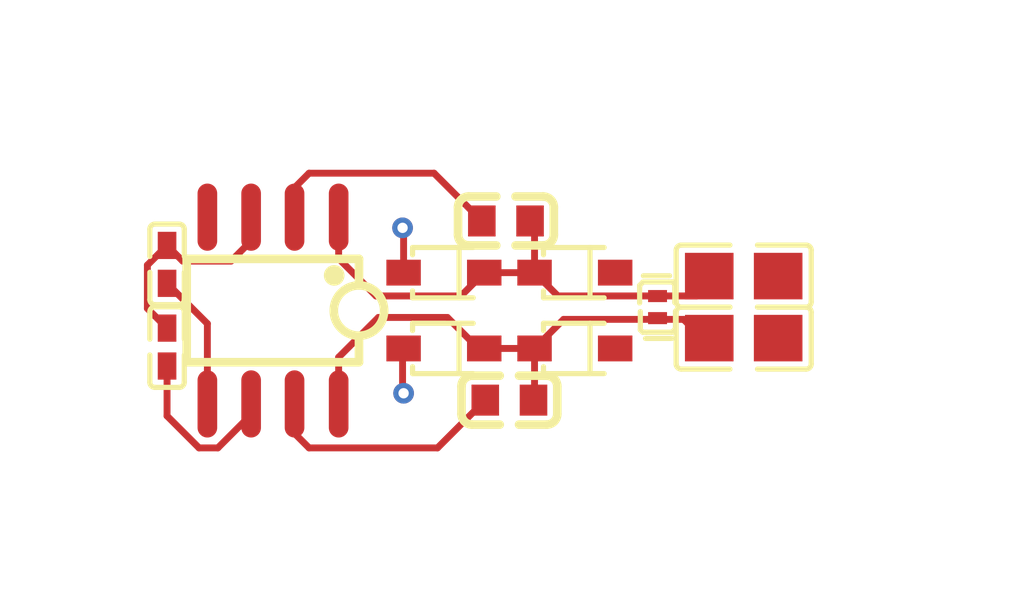
<source format=kicad_pcb>
(kicad_pcb (version 20241229) (generator "pcbnew") (generator_version "9.0")
  (layers (0 "F.Cu" signal) (2 "B.Cu" signal) (13 "F.Paste" user) (15 "B.Paste" user) (5 "F.SilkS" user "F.Silkscreen") (7 "B.SilkS" user "B.Silkscreen") (1 "F.Mask" user) (3 "B.Mask" user) (25 "Edge.Cuts" user))
  (net 0 "")
  (net 1 "VIN")
  (net 2 "audio_out_P")
  (net 3 "audio_out_N")
  (net 4 "SENSEpos_P")
  (net 5 "SENSEneg_N")
  (net 6 "anode_P")
  (net 7 "anode_N")
  (net 8 "positive_power-GND")
  (net 9 "VCC")
  (net 10 "negative_power-GND")
  (footprint "Samsung_Electro_Mechanics_CL10A106MA8NRNC:C0603" (layer "F.Cu") (at 151.2 118.4)
    (property "Reference" "C6" (hide yes))
    (property "Value" "10µF ±20% 25V X5R")
    (fp_line (start -1.39 0.4) (end -1.39 -0.4) (stroke (width 0.25)) (layer "F.SilkS") (layers "F.SilkS"))
    (fp_line (start -0.28 -0.71) (end -1.08 -0.71) (stroke (width 0.25)) (layer "F.SilkS") (layers "F.SilkS"))
    (fp_line (start -0.28 0.71) (end -1.08 0.71) (stroke (width 0.25)) (layer "F.SilkS") (layers "F.SilkS"))
    (fp_line (start 0.28 -0.71) (end 1.08 -0.71) (stroke (width 0.25)) (layer "F.SilkS") (layers "F.SilkS"))
    (fp_line (start 0.28 0.71) (end 1.08 0.71) (stroke (width 0.25)) (layer "F.SilkS") (layers "F.SilkS"))
    (fp_line (start 1.39 -0.4) (end 1.39 0.4) (stroke (width 0.25)) (layer "F.SilkS") (layers "F.SilkS"))
    (fp_arc (start 1.39 -0.4) (mid 1.2992031 -0.6192031) (end 1.08 -0.71) (stroke (width 0.25)) (layer "F.SilkS"))
    (fp_arc (start 1.08 0.71) (mid 1.2992031 0.6192031) (end 1.39 0.4) (stroke (width 0.25)) (layer "F.SilkS"))
    (fp_arc (start -1.39 0.4) (mid -1.2992031 0.6192031) (end -1.08 0.71) (stroke (width 0.25)) (layer "F.SilkS"))
    (fp_arc (start -1.08 -0.71) (mid -1.2992031 -0.6192031) (end -1.39 -0.4) (stroke (width 0.25)) (layer "F.SilkS"))
    (pad "1" smd rect (at -0.7 0 0) (size 0.8 0.9) (layers "F.Cu" "F.Paste" "F.Mask") (net 5 "SENSEneg_N"))
    (pad "2" smd rect (at 0.7 0 0) (size 0.8 0.9) (layers "F.Cu" "F.Paste" "F.Mask") (net 7 "anode_N"))
  )
  (footprint "Samsung_Electro_Mechanics_CL05A105KA5NQNC:C0402" (layer "F.Cu") (at 141.365005 122.06 90)
    (property "Reference" "C3" (hide yes))
    (property "Value" "1µF ±10% 25V X5R")
    (fp_line (start 1.02 -0.5) (end 0.23 -0.5) (stroke (width 0.15)) (layer "F.SilkS") (layers "F.SilkS"))
    (fp_line (start -1.02 -0.5) (end -0.23 -0.5) (stroke (width 0.15)) (layer "F.SilkS") (layers "F.SilkS"))
    (fp_line (start 1.17 0.35) (end 1.17 -0.35) (stroke (width 0.15)) (layer "F.SilkS") (layers "F.SilkS"))
    (fp_line (start -1.17 0.35) (end -1.17 -0.35) (stroke (width 0.15)) (layer "F.SilkS") (layers "F.SilkS"))
    (fp_line (start 0.23 0.5) (end 1.02 0.5) (stroke (width 0.15)) (layer "F.SilkS") (layers "F.SilkS"))
    (fp_line (start -0.23 0.5) (end -1.02 0.5) (stroke (width 0.15)) (layer "F.SilkS") (layers "F.SilkS"))
    (fp_arc (start 1.02 -0.5) (mid 1.126066 -0.456066) (end 1.17 -0.35) (stroke (width 0.15)) (layer "F.SilkS"))
    (fp_arc (start 1.17 0.35) (mid 1.126066 0.456066) (end 1.02 0.5) (stroke (width 0.15)) (layer "F.SilkS"))
    (fp_arc (start -1.17 0.35) (mid -1.126066 0.456066) (end -1.02 0.5) (stroke (width 0.15)) (layer "F.SilkS"))
    (fp_arc (start -1.02 -0.5) (mid -1.126066 -0.456066) (end -1.17 -0.35) (stroke (width 0.15)) (layer "F.SilkS"))
    (pad "1" smd rect (at -0.55 0 90) (size 0.79 0.54) (layers "F.Cu" "F.Paste" "F.Mask") (net 9 "VCC"))
    (pad "2" smd rect (at 0.55 0 90) (size 0.79 0.54) (layers "F.Cu" "F.Paste" "F.Mask") (net 8 "positive_power-GND"))
  )
  (footprint "LRC_LBAT54HT1G:SOD-323_L1.8-W1.3-LS2.5-RD" (layer "F.Cu") (at 149.4 122.1 180)
    (property "Reference" "D2" (hide yes))
    (property "Value" "")
    (fp_line (start 0.91 0.73) (end 0.91 0.52) (stroke (width 0.15)) (layer "F.SilkS") (layers "F.SilkS"))
    (fp_line (start 0.91 -0.73) (end 0.91 -0.53) (stroke (width 0.15)) (layer "F.SilkS") (layers "F.SilkS"))
    (fp_line (start -0.44 -0.73) (end -0.44 0.73) (stroke (width 0.15)) (layer "F.SilkS") (layers "F.SilkS"))
    (fp_line (start -0.85 0.73) (end 0.91 0.73) (stroke (width 0.15)) (layer "F.SilkS") (layers "F.SilkS"))
    (fp_line (start -0.85 -0.73) (end 0.91 -0.73) (stroke (width 0.15)) (layer "F.SilkS") (layers "F.SilkS"))
    (pad "1" smd rect (at -1.17 0 180) (size 1 0.75) (layers "F.Cu" "F.Paste" "F.Mask") (net 6 "anode_P"))
    (pad "2" smd rect (at 1.17 0 180) (size 1 0.75) (layers "F.Cu" "F.Paste" "F.Mask") (net 10 "negative_power-GND"))
  )
  (footprint "Samsung_Electro_Mechanics_CL05A105KA5NQNC:C0402" (layer "F.Cu") (at 141.365005 119.66 -90)
    (property "Reference" "C2" (hide yes))
    (property "Value" "1µF ±10% 25V X5R")
    (fp_line (start -0.23 0.5) (end -1.02 0.5) (stroke (width 0.15)) (layer "F.SilkS") (layers "F.SilkS"))
    (fp_line (start 0.23 0.5) (end 1.02 0.5) (stroke (width 0.15)) (layer "F.SilkS") (layers "F.SilkS"))
    (fp_line (start -1.17 0.35) (end -1.17 -0.35) (stroke (width 0.15)) (layer "F.SilkS") (layers "F.SilkS"))
    (fp_line (start 1.17 0.35) (end 1.17 -0.35) (stroke (width 0.15)) (layer "F.SilkS") (layers "F.SilkS"))
    (fp_line (start -1.02 -0.5) (end -0.23 -0.5) (stroke (width 0.15)) (layer "F.SilkS") (layers "F.SilkS"))
    (fp_line (start 1.02 -0.5) (end 0.23 -0.5) (stroke (width 0.15)) (layer "F.SilkS") (layers "F.SilkS"))
    (fp_arc (start 1.17 0.35) (mid 1.126066 0.456066) (end 1.02 0.5) (stroke (width 0.15)) (layer "F.SilkS"))
    (fp_arc (start 1.02 -0.5) (mid 1.126066 -0.456066) (end 1.17 -0.35) (stroke (width 0.15)) (layer "F.SilkS"))
    (fp_arc (start -1.17 0.35) (mid -1.126066 0.456066) (end -1.02 0.5) (stroke (width 0.15)) (layer "F.SilkS"))
    (fp_arc (start -1.02 -0.5) (mid -1.126066 -0.456066) (end -1.17 -0.35) (stroke (width 0.15)) (layer "F.SilkS"))
    (pad "1" smd rect (at -0.55 0 270) (size 0.79 0.54) (layers "F.Cu" "F.Paste" "F.Mask") (net 8 "positive_power-GND"))
    (pad "2" smd rect (at 0.55 0 270) (size 0.79 0.54) (layers "F.Cu" "F.Paste" "F.Mask") (net 10 "negative_power-GND"))
  )
  (footprint "Samsung_Electro_Mechanics_CL21A226MAQNNNE:C0805" (layer "F.Cu") (at 158.1 121.8)
    (property "Reference" "C1" (hide yes))
    (property "Value" "22µF ±20% 25V X5R")
    (fp_line (start -1.96 0.75) (end -1.96 -0.75) (stroke (width 0.15)) (layer "F.SilkS") (layers "F.SilkS"))
    (fp_line (start -1.81 -0.9) (end -0.4 -0.9) (stroke (width 0.15)) (layer "F.SilkS") (layers "F.SilkS"))
    (fp_line (start -0.4 0.9) (end -1.81 0.9) (stroke (width 0.15)) (layer "F.SilkS") (layers "F.SilkS"))
    (fp_line (start 0.4 0.9) (end 1.81 0.9) (stroke (width 0.15)) (layer "F.SilkS") (layers "F.SilkS"))
    (fp_line (start 1.81 -0.9) (end 0.4 -0.9) (stroke (width 0.15)) (layer "F.SilkS") (layers "F.SilkS"))
    (fp_line (start 1.96 0.75) (end 1.96 -0.75) (stroke (width 0.15)) (layer "F.SilkS") (layers "F.SilkS"))
    (fp_arc (start 1.81 -0.9) (mid 1.916066 -0.856066) (end 1.96 -0.75) (stroke (width 0.15)) (layer "F.SilkS"))
    (fp_arc (start 1.96 0.75) (mid 1.916066 0.856066) (end 1.81 0.9) (stroke (width 0.15)) (layer "F.SilkS"))
    (fp_arc (start -1.96 0.75) (mid -1.916066 0.856066) (end -1.81 0.9) (stroke (width 0.15)) (layer "F.SilkS"))
    (fp_arc (start -1.81 -0.9) (mid -1.916066 -0.856066) (end -1.96 -0.75) (stroke (width 0.15)) (layer "F.SilkS"))
    (pad "1" smd rect (at -1 0 0) (size 1.41 1.35) (layers "F.Cu" "F.Paste" "F.Mask") (net 6 "anode_P"))
    (pad "2" smd rect (at 1 0 0) (size 1.41 1.35) (layers "F.Cu" "F.Paste" "F.Mask") (net 2 "audio_out_P"))
  )
  (footprint "LRC_LBAT54HT1G:SOD-323_L1.8-W1.3-LS2.5-RD" (layer "F.Cu") (at 153.2 119.9 180)
    (property "Reference" "D3" (hide yes))
    (property "Value" "")
    (fp_line (start 0.91 0.73) (end 0.91 0.52) (stroke (width 0.15)) (layer "F.SilkS") (layers "F.SilkS"))
    (fp_line (start 0.91 -0.73) (end 0.91 -0.53) (stroke (width 0.15)) (layer "F.SilkS") (layers "F.SilkS"))
    (fp_line (start -0.44 -0.73) (end -0.44 0.73) (stroke (width 0.15)) (layer "F.SilkS") (layers "F.SilkS"))
    (fp_line (start -0.85 0.73) (end 0.91 0.73) (stroke (width 0.15)) (layer "F.SilkS") (layers "F.SilkS"))
    (fp_line (start -0.85 -0.73) (end 0.91 -0.73) (stroke (width 0.15)) (layer "F.SilkS") (layers "F.SilkS"))
    (pad "1" smd rect (at -1.17 0 180) (size 1 0.75) (layers "F.Cu" "F.Paste" "F.Mask") (net 9 "VCC"))
    (pad "2" smd rect (at 1.17 0 180) (size 1 0.75) (layers "F.Cu" "F.Paste" "F.Mask") (net 7 "anode_N"))
  )
  (footprint "Samsung_Electro_Mechanics_CL10A106MA8NRNC:C0603" (layer "F.Cu") (at 151.3 123.6)
    (property "Reference" "C5" (hide yes))
    (property "Value" "10µF ±20% 25V X5R")
    (fp_line (start -1.39 0.4) (end -1.39 -0.4) (stroke (width 0.25)) (layer "F.SilkS") (layers "F.SilkS"))
    (fp_line (start -0.28 -0.71) (end -1.08 -0.71) (stroke (width 0.25)) (layer "F.SilkS") (layers "F.SilkS"))
    (fp_line (start -0.28 0.71) (end -1.08 0.71) (stroke (width 0.25)) (layer "F.SilkS") (layers "F.SilkS"))
    (fp_line (start 0.28 -0.71) (end 1.08 -0.71) (stroke (width 0.25)) (layer "F.SilkS") (layers "F.SilkS"))
    (fp_line (start 0.28 0.71) (end 1.08 0.71) (stroke (width 0.25)) (layer "F.SilkS") (layers "F.SilkS"))
    (fp_line (start 1.39 -0.4) (end 1.39 0.4) (stroke (width 0.25)) (layer "F.SilkS") (layers "F.SilkS"))
    (fp_arc (start 1.39 -0.4) (mid 1.2992031 -0.6192031) (end 1.08 -0.71) (stroke (width 0.25)) (layer "F.SilkS"))
    (fp_arc (start 1.08 0.71) (mid 1.2992031 0.6192031) (end 1.39 0.4) (stroke (width 0.25)) (layer "F.SilkS"))
    (fp_arc (start -1.39 0.4) (mid -1.2992031 0.6192031) (end -1.08 0.71) (stroke (width 0.25)) (layer "F.SilkS"))
    (fp_arc (start -1.08 -0.71) (mid -1.2992031 -0.6192031) (end -1.39 -0.4) (stroke (width 0.25)) (layer "F.SilkS"))
    (pad "1" smd rect (at -0.7 0 0) (size 0.8 0.9) (layers "F.Cu" "F.Paste" "F.Mask") (net 4 "SENSEpos_P"))
    (pad "2" smd rect (at 0.7 0 0) (size 0.8 0.9) (layers "F.Cu" "F.Paste" "F.Mask") (net 6 "anode_P"))
  )
  (footprint "LRC_LBAT54HT1G:SOD-323_L1.8-W1.3-LS2.5-RD" (layer "F.Cu") (at 153.2 122.1 180)
    (property "Reference" "D1" (hide yes))
    (property "Value" "")
    (fp_line (start 0.91 0.73) (end 0.91 0.52) (stroke (width 0.15)) (layer "F.SilkS") (layers "F.SilkS"))
    (fp_line (start 0.91 -0.73) (end 0.91 -0.53) (stroke (width 0.15)) (layer "F.SilkS") (layers "F.SilkS"))
    (fp_line (start -0.44 -0.73) (end -0.44 0.73) (stroke (width 0.15)) (layer "F.SilkS") (layers "F.SilkS"))
    (fp_line (start -0.85 0.73) (end 0.91 0.73) (stroke (width 0.15)) (layer "F.SilkS") (layers "F.SilkS"))
    (fp_line (start -0.85 -0.73) (end 0.91 -0.73) (stroke (width 0.15)) (layer "F.SilkS") (layers "F.SilkS"))
    (pad "1" smd rect (at -1.17 0 180) (size 1 0.75) (layers "F.Cu" "F.Paste" "F.Mask") (net 9 "VCC"))
    (pad "2" smd rect (at 1.17 0 180) (size 1 0.75) (layers "F.Cu" "F.Paste" "F.Mask") (net 6 "anode_P"))
  )
  (footprint "Samsung_Electro_Mechanics_CL21A226MAQNNNE:C0805" (layer "F.Cu") (at 158.1 120)
    (property "Reference" "C4" (hide yes))
    (property "Value" "22µF ±20% 25V X5R")
    (fp_line (start -1.96 0.75) (end -1.96 -0.75) (stroke (width 0.15)) (layer "F.SilkS") (layers "F.SilkS"))
    (fp_line (start -1.81 -0.9) (end -0.4 -0.9) (stroke (width 0.15)) (layer "F.SilkS") (layers "F.SilkS"))
    (fp_line (start -0.4 0.9) (end -1.81 0.9) (stroke (width 0.15)) (layer "F.SilkS") (layers "F.SilkS"))
    (fp_line (start 0.4 0.9) (end 1.81 0.9) (stroke (width 0.15)) (layer "F.SilkS") (layers "F.SilkS"))
    (fp_line (start 1.81 -0.9) (end 0.4 -0.9) (stroke (width 0.15)) (layer "F.SilkS") (layers "F.SilkS"))
    (fp_line (start 1.96 0.75) (end 1.96 -0.75) (stroke (width 0.15)) (layer "F.SilkS") (layers "F.SilkS"))
    (fp_arc (start 1.81 -0.9) (mid 1.916066 -0.856066) (end 1.96 -0.75) (stroke (width 0.15)) (layer "F.SilkS"))
    (fp_arc (start 1.96 0.75) (mid 1.916066 0.856066) (end 1.81 0.9) (stroke (width 0.15)) (layer "F.SilkS"))
    (fp_arc (start -1.96 0.75) (mid -1.916066 0.856066) (end -1.81 0.9) (stroke (width 0.15)) (layer "F.SilkS"))
    (fp_arc (start -1.81 -0.9) (mid -1.916066 -0.856066) (end -1.96 -0.75) (stroke (width 0.15)) (layer "F.SilkS"))
    (pad "1" smd rect (at -1 0 0) (size 1.41 1.35) (layers "F.Cu" "F.Paste" "F.Mask") (net 7 "anode_N"))
    (pad "2" smd rect (at 1 0 0) (size 1.41 1.35) (layers "F.Cu" "F.Paste" "F.Mask") (net 3 "audio_out_N"))
  )
  (footprint "Texas_Instruments_DRV135UA_2K5:SOIC-8_L5.0-W4.0-P1.27-LS6.0-BL" (layer "F.Cu") (at 144.435005 121 180)
    (property "Reference" "U1" (hide yes))
    (property "Value" "")
    (fp_line (start 2.5 -1.5) (end 2.5 1.5) (stroke (width 0.25)) (layer "F.SilkS"))
    (fp_line (start -2.5 1.5) (end 2.5 1.5) (stroke (width 0.25)) (layer "F.SilkS"))
    (fp_line (start -2.5 1.5) (end -2.5 0.73) (stroke (width 0.25)) (layer "F.SilkS"))
    (fp_line (start -2.5 -1.5) (end 2.5 -1.5) (stroke (width 0.25)) (layer "F.SilkS"))
    (fp_line (start -2.5 -1.5) (end -2.5 -0.73) (stroke (width 0.25)) (layer "F.SilkS"))
    (fp_arc (start -2.5 -0.73) (mid -2.5063704 0.7299722) (end -2.4872597 -0.7298888) (stroke (width 0.25)) (layer "F.SilkS"))
    (fp_circle (center -1.78 1.02) (end -1.63 1.02) (stroke (width 0.3)) (fill no) (layer "F.SilkS"))
    (pad "1" smd oval (at -1.91 2.71 180) (size 0.57 1.95) (layers "F.Cu" "F.Paste" "F.Mask") (net 7 "anode_N"))
    (pad "2" smd oval (at -0.63 2.71 180) (size 0.57 1.95) (layers "F.Cu" "F.Paste" "F.Mask") (net 5 "SENSEneg_N"))
    (pad "3" smd oval (at 0.63 2.71 180) (size 0.57 1.95) (layers "F.Cu" "F.Paste" "F.Mask") (net 8 "positive_power-GND"))
    (pad "4" smd oval (at 1.9 2.71 180) (size 0.57 1.95) (layers "F.Cu" "F.Paste" "F.Mask") (net 1 "VIN"))
    (pad "5" smd oval (at 1.9 -2.71 180) (size 0.57 1.95) (layers "F.Cu" "F.Paste" "F.Mask") (net 10 "negative_power-GND"))
    (pad "6" smd oval (at 0.63 -2.71 180) (size 0.57 1.95) (layers "F.Cu" "F.Paste" "F.Mask") (net 9 "VCC"))
    (pad "7" smd oval (at -0.63 -2.71 180) (size 0.57 1.95) (layers "F.Cu" "F.Paste" "F.Mask") (net 4 "SENSEpos_P"))
    (pad "8" smd oval (at -1.91 -2.71 180) (size 0.57 1.95) (layers "F.Cu" "F.Paste" "F.Mask") (net 6 "anode_P"))
  )
  (footprint "LRC_LBAT54HT1G:SOD-323_L1.8-W1.3-LS2.5-RD" (layer "F.Cu") (at 149.4 119.9 180)
    (property "Reference" "D4" (hide yes))
    (property "Value" "")
    (fp_line (start 0.91 0.73) (end 0.91 0.52) (stroke (width 0.15)) (layer "F.SilkS") (layers "F.SilkS"))
    (fp_line (start 0.91 -0.73) (end 0.91 -0.53) (stroke (width 0.15)) (layer "F.SilkS") (layers "F.SilkS"))
    (fp_line (start -0.44 -0.73) (end -0.44 0.73) (stroke (width 0.15)) (layer "F.SilkS") (layers "F.SilkS"))
    (fp_line (start -0.85 0.73) (end 0.91 0.73) (stroke (width 0.15)) (layer "F.SilkS") (layers "F.SilkS"))
    (fp_line (start -0.85 -0.73) (end 0.91 -0.73) (stroke (width 0.15)) (layer "F.SilkS") (layers "F.SilkS"))
    (pad "1" smd rect (at -1.17 0 180) (size 1 0.75) (layers "F.Cu" "F.Paste" "F.Mask") (net 7 "anode_N"))
    (pad "2" smd rect (at 1.17 0 180) (size 1 0.75) (layers "F.Cu" "F.Paste" "F.Mask") (net 10 "negative_power-GND"))
  )
  (footprint "TECH_PUBLIC_PESD12VV1BL:X1-DFN1006-2_L1.0-W0.6-P0.65-BI" (layer "F.Cu") (at 155.6 120.9 90)
    (property "Reference" "U2" (hide yes))
    (property "Value" "")
    (fp_line (start 0.63 -0.52) (end 0.73 -0.42) (stroke (width 0.15)) (layer "F.SilkS"))
    (fp_line (start 0.6 -0.52) (end 0.63 -0.52) (stroke (width 0.15)) (layer "F.SilkS"))
    (fp_line (start 0.12 -0.52) (end 0.6 -0.52) (stroke (width 0.15)) (layer "F.SilkS"))
    (fp_line (start -0.66 -0.5) (end -0.13 -0.5) (stroke (width 0.15)) (layer "F.SilkS"))
    (fp_line (start -0.73 -0.43) (end -0.66 -0.5) (stroke (width 0.15)) (layer "F.SilkS"))
    (fp_line (start 0.73 -0.42) (end 0.73 0.32) (stroke (width 0.15)) (layer "F.SilkS"))
    (fp_line (start 0.91 -0.41) (end 0.91 0.35) (stroke (width 0.15)) (layer "F.SilkS"))
    (fp_line (start -0.73 -0.32) (end -0.73 -0.43) (stroke (width 0.15)) (layer "F.SilkS"))
    (fp_line (start 0.73 0.32) (end 0.73 0.43) (stroke (width 0.15)) (layer "F.SilkS"))
    (fp_line (start -0.91 0.41) (end -0.91 -0.35) (stroke (width 0.15)) (layer "F.SilkS"))
    (fp_line (start -0.73 0.42) (end -0.73 -0.32) (stroke (width 0.15)) (layer "F.SilkS"))
    (fp_line (start 0.73 0.43) (end 0.66 0.5) (stroke (width 0.15)) (layer "F.SilkS"))
    (fp_line (start 0.66 0.5) (end 0.13 0.5) (stroke (width 0.15)) (layer "F.SilkS"))
    (fp_line (start -0.12 0.52) (end -0.6 0.52) (stroke (width 0.15)) (layer "F.SilkS"))
    (fp_line (start -0.6 0.52) (end -0.63 0.52) (stroke (width 0.15)) (layer "F.SilkS"))
    (fp_line (start -0.63 0.52) (end -0.73 0.42) (stroke (width 0.15)) (layer "F.SilkS"))
    (pad "1" smd rect (at -0.32 0 90) (size 0.35 0.55) (layers "F.Cu" "F.Paste" "F.Mask") (net 6 "anode_P"))
    (pad "2" smd rect (at 0.32 0 90) (size 0.35 0.55) (layers "F.Cu" "F.Paste" "F.Mask") (net 7 "anode_N"))
  )
  (via (at 148.2 118.6) (size 0.6) (drill 0.3) (layers "F.Cu" "B.Cu") (net 10))
  (via (at 148.23 123.4) (size 0.6) (drill 0.3) (layers "F.Cu" "B.Cu") (net 10))
  (segment (start 149.214 124.986) (end 145.486 124.986) (width 0.2) (layer "F.Cu") (net 4))
  (segment (start 145.486 124.986) (end 145.065005 124.565005) (width 0.2) (layer "F.Cu") (net 4))
  (segment (start 150.6 123.6) (end 149.214 124.986) (width 0.2) (layer "F.Cu") (net 4))
  (segment (start 145.065005 124.565005) (end 145.065005 123.71) (width 0.2) (layer "F.Cu") (net 4))
  (segment (start 145.065005 117.434995) (end 145.065005 118.29) (width 0.2) (layer "F.Cu") (net 5))
  (segment (start 145.486 117.014) (end 145.065005 117.434995) (width 0.2) (layer "F.Cu") (net 5))
  (segment (start 149.114 117.014) (end 145.486 117.014) (width 0.2) (layer "F.Cu") (net 5))
  (segment (start 150.5 118.4) (end 149.114 117.014) (width 0.2) (layer "F.Cu") (net 5))
  (segment (start 150.57 122.1) (end 152.03 122.1) (width 0.2) (layer "F.Cu") (net 6))
  (segment (start 152.03 123.57) (end 152 123.6) (width 0.2) (layer "F.Cu") (net 6))
  (segment (start 152.03 122.1) (end 152.03 123.57) (width 0.2) (layer "F.Cu") (net 6))
  (segment (start 152.03 122.1) (end 152.874 121.256) (width 0.2) (layer "F.Cu") (net 6))
  (segment (start 156.356 121.256) (end 157.1 122) (width 0.2) (layer "F.Cu") (net 6))
  (segment (start 149.5 121.2) (end 150.4 122.1) (width 0.2) (layer "F.Cu") (net 6))
  (segment (start 150.4 122.1) (end 150.57 122.1) (width 0.2) (layer "F.Cu") (net 6))
  (segment (start 147.5 121.2) (end 149.5 121.2) (width 0.2) (layer "F.Cu") (net 6))
  (segment (start 146.345005 122.354995) (end 147.5 121.2) (width 0.2) (layer "F.Cu") (net 6))
  (segment (start 152.874 121.256) (end 156.356 121.256) (width 0.2) (layer "F.Cu") (net 6))
  (segment (start 146.345005 123.71) (end 146.345005 122.354995) (width 0.2) (layer "F.Cu") (net 6))
  (segment (start 150.57 119.9) (end 152.03 119.9) (width 0.2) (layer "F.Cu") (net 7))
  (segment (start 149.894 120.576) (end 147.429 120.576) (width 0.2) (layer "F.Cu") (net 7))
  (segment (start 152.03 118.53) (end 151.9 118.4) (width 0.2) (layer "F.Cu") (net 7))
  (segment (start 150.57 119.9) (end 149.894 120.576) (width 0.2) (layer "F.Cu") (net 7))
  (segment (start 152.03 119.9) (end 152.03 118.53) (width 0.2) (layer "F.Cu") (net 7))
  (segment (start 147.429 120.576) (end 146.345005 119.492005) (width 0.2) (layer "F.Cu") (net 7))
  (segment (start 156.724 120.576) (end 157.1 120.2) (width 0.2) (layer "F.Cu") (net 7))
  (segment (start 152.03 119.9) (end 152.706 120.576) (width 0.2) (layer "F.Cu") (net 7))
  (segment (start 146.345005 119.492005) (end 146.345005 118.29) (width 0.2) (layer "F.Cu") (net 7))
  (segment (start 152.706 120.576) (end 156.724 120.576) (width 0.2) (layer "F.Cu") (net 7))
  (segment (start 143.219005 119.566) (end 143.805005 118.98) (width 0.2) (layer "F.Cu") (net 8))
  (segment (start 143.805005 118.98) (end 143.805005 118.29) (width 0.2) (layer "F.Cu") (net 8))
  (segment (start 140.794005 120.939) (end 140.794005 119.681) (width 0.2) (layer "F.Cu") (net 8))
  (segment (start 141.821005 119.566) (end 143.219005 119.566) (width 0.2) (layer "F.Cu") (net 8))
  (segment (start 141.365005 121.51) (end 140.794005 120.939) (width 0.2) (layer "F.Cu") (net 8))
  (segment (start 141.365005 119.11) (end 141.821005 119.566) (width 0.2) (layer "F.Cu") (net 8))
  (segment (start 140.794005 119.681) (end 141.365005 119.11) (width 0.2) (layer "F.Cu") (net 8))
  (segment (start 143.805005 124.02) (end 143.805005 123.71) (width 0.2) (layer "F.Cu") (net 9))
  (segment (start 141.365005 124.058729) (end 142.292276 124.986) (width 0.2) (layer "F.Cu") (net 9))
  (segment (start 142.839005 124.986) (end 143.805005 124.02) (width 0.2) (layer "F.Cu") (net 9))
  (segment (start 142.292276 124.986) (end 142.839005 124.986) (width 0.2) (layer "F.Cu") (net 9))
  (segment (start 141.365005 122.61) (end 141.365005 124.058729) (width 0.2) (layer "F.Cu") (net 9))
  (segment (start 148.23 118.63) (end 148.2 118.6) (width 0.2) (layer "F.Cu") (net 10))
  (segment (start 148.23 119.9) (end 148.23 118.63) (width 0.2) (layer "F.Cu") (net 10))
  (segment (start 142.535005 121.38) (end 142.535005 123.71) (width 0.2) (layer "F.Cu") (net 10))
  (segment (start 141.365005 120.21) (end 142.535005 121.38) (width 0.2) (layer "F.Cu") (net 10))
  (segment (start 148.2 122.1) (end 148.2 123.37) (width 0.2) (layer "F.Cu") (net 10))
  (segment (start 148.2 123.37) (end 148.23 123.4) (width 0.2) (layer "F.Cu") (net 10))
)
</source>
